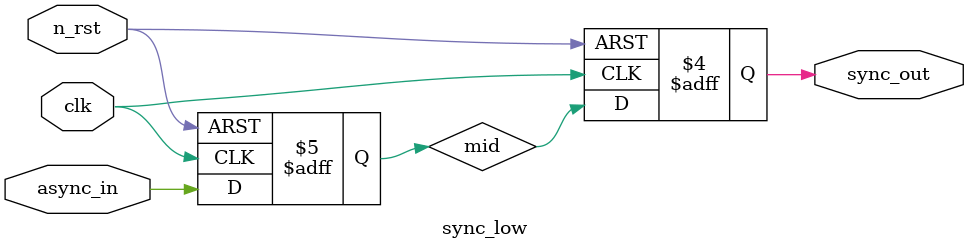
<source format=sv>
module sync_low
(
	input wire clk,
	input wire n_rst,
	input wire async_in,
	output reg sync_out
);

reg mid = 1'b0;
always_ff @ (posedge clk, negedge n_rst)
begin
	if (1'b0 == n_rst)
	begin
		sync_out <= 1'b0;
		mid <= 1'b0;
	end
	else
	begin
		mid <= async_in;
		sync_out <= mid;
	end
end
endmodule 
</source>
